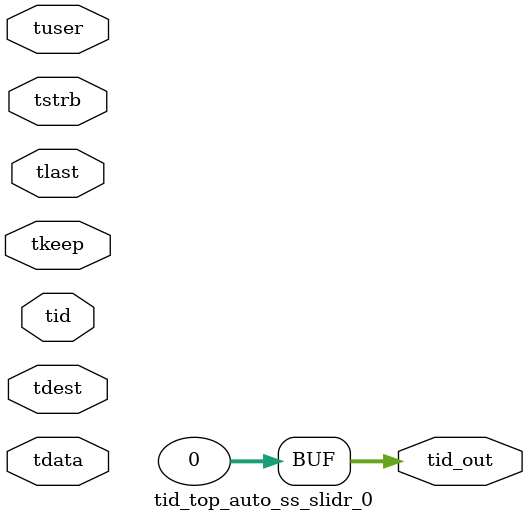
<source format=v>


`timescale 1ps/1ps

module tid_top_auto_ss_slidr_0 #
(
parameter C_S_AXIS_TID_WIDTH   = 1,
parameter C_S_AXIS_TUSER_WIDTH = 0,
parameter C_S_AXIS_TDATA_WIDTH = 0,
parameter C_S_AXIS_TDEST_WIDTH = 0,
parameter C_M_AXIS_TID_WIDTH   = 32
)
(
input  [(C_S_AXIS_TID_WIDTH   == 0 ? 1 : C_S_AXIS_TID_WIDTH)-1:0       ] tid,
input  [(C_S_AXIS_TDATA_WIDTH == 0 ? 1 : C_S_AXIS_TDATA_WIDTH)-1:0     ] tdata,
input  [(C_S_AXIS_TUSER_WIDTH == 0 ? 1 : C_S_AXIS_TUSER_WIDTH)-1:0     ] tuser,
input  [(C_S_AXIS_TDEST_WIDTH == 0 ? 1 : C_S_AXIS_TDEST_WIDTH)-1:0     ] tdest,
input  [(C_S_AXIS_TDATA_WIDTH/8)-1:0 ] tkeep,
input  [(C_S_AXIS_TDATA_WIDTH/8)-1:0 ] tstrb,
input                                                                    tlast,
output [(C_M_AXIS_TID_WIDTH   == 0 ? 1 : C_M_AXIS_TID_WIDTH)-1:0       ] tid_out
);

assign tid_out = {1'b0};

endmodule


</source>
